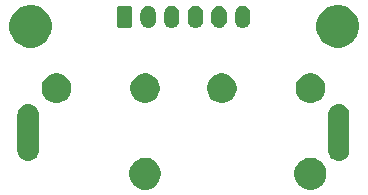
<source format=gbr>
G04 #@! TF.GenerationSoftware,KiCad,Pcbnew,(5.1.0)-1*
G04 #@! TF.CreationDate,2019-06-01T21:51:24-04:00*
G04 #@! TF.ProjectId,input,696e7075-742e-46b6-9963-61645f706362,rev?*
G04 #@! TF.SameCoordinates,Original*
G04 #@! TF.FileFunction,Soldermask,Top*
G04 #@! TF.FilePolarity,Negative*
%FSLAX46Y46*%
G04 Gerber Fmt 4.6, Leading zero omitted, Abs format (unit mm)*
G04 Created by KiCad (PCBNEW (5.1.0)-1) date 2019-06-01 21:51:24*
%MOMM*%
%LPD*%
G04 APERTURE LIST*
%ADD10C,0.100000*%
G04 APERTURE END LIST*
D10*
G36*
X143832072Y-112687918D02*
G01*
X144077939Y-112789759D01*
X144299212Y-112937610D01*
X144487390Y-113125788D01*
X144635241Y-113347061D01*
X144737082Y-113592928D01*
X144789000Y-113853938D01*
X144789000Y-114120062D01*
X144737082Y-114381072D01*
X144635241Y-114626939D01*
X144487390Y-114848212D01*
X144299212Y-115036390D01*
X144077939Y-115184241D01*
X144077938Y-115184242D01*
X144077937Y-115184242D01*
X143832072Y-115286082D01*
X143571063Y-115338000D01*
X143304937Y-115338000D01*
X143043928Y-115286082D01*
X142798063Y-115184242D01*
X142798062Y-115184242D01*
X142798061Y-115184241D01*
X142576788Y-115036390D01*
X142388610Y-114848212D01*
X142240759Y-114626939D01*
X142138918Y-114381072D01*
X142087000Y-114120062D01*
X142087000Y-113853938D01*
X142138918Y-113592928D01*
X142240759Y-113347061D01*
X142388610Y-113125788D01*
X142576788Y-112937610D01*
X142798061Y-112789759D01*
X143043928Y-112687918D01*
X143304937Y-112636000D01*
X143571063Y-112636000D01*
X143832072Y-112687918D01*
X143832072Y-112687918D01*
G37*
G36*
X157832072Y-112687918D02*
G01*
X158077939Y-112789759D01*
X158299212Y-112937610D01*
X158487390Y-113125788D01*
X158635241Y-113347061D01*
X158737082Y-113592928D01*
X158789000Y-113853938D01*
X158789000Y-114120062D01*
X158737082Y-114381072D01*
X158635241Y-114626939D01*
X158487390Y-114848212D01*
X158299212Y-115036390D01*
X158077939Y-115184241D01*
X158077938Y-115184242D01*
X158077937Y-115184242D01*
X157832072Y-115286082D01*
X157571063Y-115338000D01*
X157304937Y-115338000D01*
X157043928Y-115286082D01*
X156798063Y-115184242D01*
X156798062Y-115184242D01*
X156798061Y-115184241D01*
X156576788Y-115036390D01*
X156388610Y-114848212D01*
X156240759Y-114626939D01*
X156138918Y-114381072D01*
X156087000Y-114120062D01*
X156087000Y-113853938D01*
X156138918Y-113592928D01*
X156240759Y-113347061D01*
X156388610Y-113125788D01*
X156576788Y-112937610D01*
X156798061Y-112789759D01*
X157043928Y-112687918D01*
X157304937Y-112636000D01*
X157571063Y-112636000D01*
X157832072Y-112687918D01*
X157832072Y-112687918D01*
G37*
G36*
X160014626Y-108099037D02*
G01*
X160184465Y-108150557D01*
X160184467Y-108150558D01*
X160340989Y-108234221D01*
X160478186Y-108346814D01*
X160561448Y-108448271D01*
X160590778Y-108484009D01*
X160674443Y-108640534D01*
X160725963Y-108810373D01*
X160739000Y-108942742D01*
X160739000Y-112031258D01*
X160725963Y-112163627D01*
X160674443Y-112333466D01*
X160590778Y-112489991D01*
X160561448Y-112525729D01*
X160478186Y-112627186D01*
X160376729Y-112710448D01*
X160340991Y-112739778D01*
X160184466Y-112823443D01*
X160014627Y-112874963D01*
X159838000Y-112892359D01*
X159661374Y-112874963D01*
X159491535Y-112823443D01*
X159335010Y-112739778D01*
X159299272Y-112710448D01*
X159197815Y-112627186D01*
X159114553Y-112525729D01*
X159085223Y-112489991D01*
X159001558Y-112333466D01*
X158950038Y-112163627D01*
X158937001Y-112031258D01*
X158937000Y-108942743D01*
X158950037Y-108810374D01*
X159001557Y-108640535D01*
X159085222Y-108484010D01*
X159085223Y-108484009D01*
X159197814Y-108346814D01*
X159299271Y-108263552D01*
X159335009Y-108234222D01*
X159491534Y-108150557D01*
X159661373Y-108099037D01*
X159838000Y-108081641D01*
X160014626Y-108099037D01*
X160014626Y-108099037D01*
G37*
G36*
X133714626Y-108099037D02*
G01*
X133884465Y-108150557D01*
X133884467Y-108150558D01*
X134040989Y-108234221D01*
X134178186Y-108346814D01*
X134261448Y-108448271D01*
X134290778Y-108484009D01*
X134374443Y-108640534D01*
X134425963Y-108810373D01*
X134439000Y-108942742D01*
X134439000Y-112031258D01*
X134425963Y-112163627D01*
X134374443Y-112333466D01*
X134290778Y-112489991D01*
X134261448Y-112525729D01*
X134178186Y-112627186D01*
X134076729Y-112710448D01*
X134040991Y-112739778D01*
X133884466Y-112823443D01*
X133714627Y-112874963D01*
X133538000Y-112892359D01*
X133361374Y-112874963D01*
X133191535Y-112823443D01*
X133035010Y-112739778D01*
X132999272Y-112710448D01*
X132897815Y-112627186D01*
X132814553Y-112525729D01*
X132785223Y-112489991D01*
X132701558Y-112333466D01*
X132650038Y-112163627D01*
X132637001Y-112031258D01*
X132637000Y-108942743D01*
X132650037Y-108810374D01*
X132701557Y-108640535D01*
X132785222Y-108484010D01*
X132785223Y-108484009D01*
X132897814Y-108346814D01*
X132999271Y-108263552D01*
X133035009Y-108234222D01*
X133191534Y-108150557D01*
X133361373Y-108099037D01*
X133538000Y-108081641D01*
X133714626Y-108099037D01*
X133714626Y-108099037D01*
G37*
G36*
X136302903Y-105534075D02*
G01*
X136530571Y-105628378D01*
X136735466Y-105765285D01*
X136909715Y-105939534D01*
X137046622Y-106144429D01*
X137140925Y-106372097D01*
X137189000Y-106613787D01*
X137189000Y-106860213D01*
X137140925Y-107101903D01*
X137046622Y-107329571D01*
X136909715Y-107534466D01*
X136735466Y-107708715D01*
X136530571Y-107845622D01*
X136530570Y-107845623D01*
X136530569Y-107845623D01*
X136302903Y-107939925D01*
X136061214Y-107988000D01*
X135814786Y-107988000D01*
X135573097Y-107939925D01*
X135345431Y-107845623D01*
X135345430Y-107845623D01*
X135345429Y-107845622D01*
X135140534Y-107708715D01*
X134966285Y-107534466D01*
X134829378Y-107329571D01*
X134735075Y-107101903D01*
X134687000Y-106860213D01*
X134687000Y-106613787D01*
X134735075Y-106372097D01*
X134829378Y-106144429D01*
X134966285Y-105939534D01*
X135140534Y-105765285D01*
X135345429Y-105628378D01*
X135573097Y-105534075D01*
X135814786Y-105486000D01*
X136061214Y-105486000D01*
X136302903Y-105534075D01*
X136302903Y-105534075D01*
G37*
G36*
X143802903Y-105534075D02*
G01*
X144030571Y-105628378D01*
X144235466Y-105765285D01*
X144409715Y-105939534D01*
X144546622Y-106144429D01*
X144640925Y-106372097D01*
X144689000Y-106613787D01*
X144689000Y-106860213D01*
X144640925Y-107101903D01*
X144546622Y-107329571D01*
X144409715Y-107534466D01*
X144235466Y-107708715D01*
X144030571Y-107845622D01*
X144030570Y-107845623D01*
X144030569Y-107845623D01*
X143802903Y-107939925D01*
X143561214Y-107988000D01*
X143314786Y-107988000D01*
X143073097Y-107939925D01*
X142845431Y-107845623D01*
X142845430Y-107845623D01*
X142845429Y-107845622D01*
X142640534Y-107708715D01*
X142466285Y-107534466D01*
X142329378Y-107329571D01*
X142235075Y-107101903D01*
X142187000Y-106860213D01*
X142187000Y-106613787D01*
X142235075Y-106372097D01*
X142329378Y-106144429D01*
X142466285Y-105939534D01*
X142640534Y-105765285D01*
X142845429Y-105628378D01*
X143073097Y-105534075D01*
X143314786Y-105486000D01*
X143561214Y-105486000D01*
X143802903Y-105534075D01*
X143802903Y-105534075D01*
G37*
G36*
X157802903Y-105534075D02*
G01*
X158030571Y-105628378D01*
X158235466Y-105765285D01*
X158409715Y-105939534D01*
X158546622Y-106144429D01*
X158640925Y-106372097D01*
X158689000Y-106613787D01*
X158689000Y-106860213D01*
X158640925Y-107101903D01*
X158546622Y-107329571D01*
X158409715Y-107534466D01*
X158235466Y-107708715D01*
X158030571Y-107845622D01*
X158030570Y-107845623D01*
X158030569Y-107845623D01*
X157802903Y-107939925D01*
X157561214Y-107988000D01*
X157314786Y-107988000D01*
X157073097Y-107939925D01*
X156845431Y-107845623D01*
X156845430Y-107845623D01*
X156845429Y-107845622D01*
X156640534Y-107708715D01*
X156466285Y-107534466D01*
X156329378Y-107329571D01*
X156235075Y-107101903D01*
X156187000Y-106860213D01*
X156187000Y-106613787D01*
X156235075Y-106372097D01*
X156329378Y-106144429D01*
X156466285Y-105939534D01*
X156640534Y-105765285D01*
X156845429Y-105628378D01*
X157073097Y-105534075D01*
X157314786Y-105486000D01*
X157561214Y-105486000D01*
X157802903Y-105534075D01*
X157802903Y-105534075D01*
G37*
G36*
X150302903Y-105534075D02*
G01*
X150530571Y-105628378D01*
X150735466Y-105765285D01*
X150909715Y-105939534D01*
X151046622Y-106144429D01*
X151140925Y-106372097D01*
X151189000Y-106613787D01*
X151189000Y-106860213D01*
X151140925Y-107101903D01*
X151046622Y-107329571D01*
X150909715Y-107534466D01*
X150735466Y-107708715D01*
X150530571Y-107845622D01*
X150530570Y-107845623D01*
X150530569Y-107845623D01*
X150302903Y-107939925D01*
X150061214Y-107988000D01*
X149814786Y-107988000D01*
X149573097Y-107939925D01*
X149345431Y-107845623D01*
X149345430Y-107845623D01*
X149345429Y-107845622D01*
X149140534Y-107708715D01*
X148966285Y-107534466D01*
X148829378Y-107329571D01*
X148735075Y-107101903D01*
X148687000Y-106860213D01*
X148687000Y-106613787D01*
X148735075Y-106372097D01*
X148829378Y-106144429D01*
X148966285Y-105939534D01*
X149140534Y-105765285D01*
X149345429Y-105628378D01*
X149573097Y-105534075D01*
X149814786Y-105486000D01*
X150061214Y-105486000D01*
X150302903Y-105534075D01*
X150302903Y-105534075D01*
G37*
G36*
X160275331Y-99768211D02*
G01*
X160603092Y-99903974D01*
X160898070Y-100101072D01*
X161148928Y-100351930D01*
X161346026Y-100646908D01*
X161481789Y-100974669D01*
X161551000Y-101322616D01*
X161551000Y-101677384D01*
X161481789Y-102025331D01*
X161346026Y-102353092D01*
X161148928Y-102648070D01*
X160898070Y-102898928D01*
X160603092Y-103096026D01*
X160275331Y-103231789D01*
X159927384Y-103301000D01*
X159572616Y-103301000D01*
X159224669Y-103231789D01*
X158896908Y-103096026D01*
X158601930Y-102898928D01*
X158351072Y-102648070D01*
X158153974Y-102353092D01*
X158018211Y-102025331D01*
X157949000Y-101677384D01*
X157949000Y-101322616D01*
X158018211Y-100974669D01*
X158153974Y-100646908D01*
X158351072Y-100351930D01*
X158601930Y-100101072D01*
X158896908Y-99903974D01*
X159224669Y-99768211D01*
X159572616Y-99699000D01*
X159927384Y-99699000D01*
X160275331Y-99768211D01*
X160275331Y-99768211D01*
G37*
G36*
X134275331Y-99768211D02*
G01*
X134603092Y-99903974D01*
X134898070Y-100101072D01*
X135148928Y-100351930D01*
X135346026Y-100646908D01*
X135481789Y-100974669D01*
X135551000Y-101322616D01*
X135551000Y-101677384D01*
X135481789Y-102025331D01*
X135346026Y-102353092D01*
X135148928Y-102648070D01*
X134898070Y-102898928D01*
X134603092Y-103096026D01*
X134275331Y-103231789D01*
X133927384Y-103301000D01*
X133572616Y-103301000D01*
X133224669Y-103231789D01*
X132896908Y-103096026D01*
X132601930Y-102898928D01*
X132351072Y-102648070D01*
X132153974Y-102353092D01*
X132018211Y-102025331D01*
X131949000Y-101677384D01*
X131949000Y-101322616D01*
X132018211Y-100974669D01*
X132153974Y-100646908D01*
X132351072Y-100351930D01*
X132601930Y-100101072D01*
X132896908Y-99903974D01*
X133224669Y-99768211D01*
X133572616Y-99699000D01*
X133927384Y-99699000D01*
X134275331Y-99768211D01*
X134275331Y-99768211D01*
G37*
G36*
X151827617Y-99783420D02*
G01*
X151908399Y-99807925D01*
X151950335Y-99820646D01*
X152063424Y-99881094D01*
X152162554Y-99962447D01*
X152243906Y-100061575D01*
X152304354Y-100174664D01*
X152314040Y-100206596D01*
X152341580Y-100297382D01*
X152351000Y-100393027D01*
X152351000Y-101006973D01*
X152341580Y-101102618D01*
X152314040Y-101193404D01*
X152304354Y-101225336D01*
X152243906Y-101338425D01*
X152162554Y-101437554D01*
X152063425Y-101518906D01*
X151950336Y-101579354D01*
X151918404Y-101589040D01*
X151827618Y-101616580D01*
X151700000Y-101629149D01*
X151572383Y-101616580D01*
X151481597Y-101589040D01*
X151449665Y-101579354D01*
X151336576Y-101518906D01*
X151237447Y-101437554D01*
X151156096Y-101338427D01*
X151156095Y-101338425D01*
X151095647Y-101225336D01*
X151095645Y-101225333D01*
X151083237Y-101184427D01*
X151058420Y-101102618D01*
X151049000Y-101006973D01*
X151049000Y-100393028D01*
X151058420Y-100297383D01*
X151095645Y-100174669D01*
X151095646Y-100174665D01*
X151156094Y-100061576D01*
X151237447Y-99962446D01*
X151336575Y-99881094D01*
X151449664Y-99820646D01*
X151491600Y-99807925D01*
X151572382Y-99783420D01*
X151700000Y-99770851D01*
X151827617Y-99783420D01*
X151827617Y-99783420D01*
G37*
G36*
X149827617Y-99783420D02*
G01*
X149908399Y-99807925D01*
X149950335Y-99820646D01*
X150063424Y-99881094D01*
X150162554Y-99962447D01*
X150243906Y-100061575D01*
X150304354Y-100174664D01*
X150314040Y-100206596D01*
X150341580Y-100297382D01*
X150351000Y-100393027D01*
X150351000Y-101006973D01*
X150341580Y-101102618D01*
X150314040Y-101193404D01*
X150304354Y-101225336D01*
X150243906Y-101338425D01*
X150162554Y-101437554D01*
X150063425Y-101518906D01*
X149950336Y-101579354D01*
X149918404Y-101589040D01*
X149827618Y-101616580D01*
X149700000Y-101629149D01*
X149572383Y-101616580D01*
X149481597Y-101589040D01*
X149449665Y-101579354D01*
X149336576Y-101518906D01*
X149237447Y-101437554D01*
X149156096Y-101338427D01*
X149156095Y-101338425D01*
X149095647Y-101225336D01*
X149095645Y-101225333D01*
X149083237Y-101184427D01*
X149058420Y-101102618D01*
X149049000Y-101006973D01*
X149049000Y-100393028D01*
X149058420Y-100297383D01*
X149095645Y-100174669D01*
X149095646Y-100174665D01*
X149156094Y-100061576D01*
X149237447Y-99962446D01*
X149336575Y-99881094D01*
X149449664Y-99820646D01*
X149491600Y-99807925D01*
X149572382Y-99783420D01*
X149700000Y-99770851D01*
X149827617Y-99783420D01*
X149827617Y-99783420D01*
G37*
G36*
X147827617Y-99783420D02*
G01*
X147908399Y-99807925D01*
X147950335Y-99820646D01*
X148063424Y-99881094D01*
X148162554Y-99962447D01*
X148243906Y-100061575D01*
X148304354Y-100174664D01*
X148314040Y-100206596D01*
X148341580Y-100297382D01*
X148351000Y-100393027D01*
X148351000Y-101006973D01*
X148341580Y-101102618D01*
X148314040Y-101193404D01*
X148304354Y-101225336D01*
X148243906Y-101338425D01*
X148162554Y-101437554D01*
X148063425Y-101518906D01*
X147950336Y-101579354D01*
X147918404Y-101589040D01*
X147827618Y-101616580D01*
X147700000Y-101629149D01*
X147572383Y-101616580D01*
X147481597Y-101589040D01*
X147449665Y-101579354D01*
X147336576Y-101518906D01*
X147237447Y-101437554D01*
X147156096Y-101338427D01*
X147156095Y-101338425D01*
X147095647Y-101225336D01*
X147095645Y-101225333D01*
X147083237Y-101184427D01*
X147058420Y-101102618D01*
X147049000Y-101006973D01*
X147049000Y-100393028D01*
X147058420Y-100297383D01*
X147095645Y-100174669D01*
X147095646Y-100174665D01*
X147156094Y-100061576D01*
X147237447Y-99962446D01*
X147336575Y-99881094D01*
X147449664Y-99820646D01*
X147491600Y-99807925D01*
X147572382Y-99783420D01*
X147700000Y-99770851D01*
X147827617Y-99783420D01*
X147827617Y-99783420D01*
G37*
G36*
X145827617Y-99783420D02*
G01*
X145908399Y-99807925D01*
X145950335Y-99820646D01*
X146063424Y-99881094D01*
X146162554Y-99962447D01*
X146243906Y-100061575D01*
X146304354Y-100174664D01*
X146314040Y-100206596D01*
X146341580Y-100297382D01*
X146351000Y-100393027D01*
X146351000Y-101006973D01*
X146341580Y-101102618D01*
X146314040Y-101193404D01*
X146304354Y-101225336D01*
X146243906Y-101338425D01*
X146162554Y-101437554D01*
X146063425Y-101518906D01*
X145950336Y-101579354D01*
X145918404Y-101589040D01*
X145827618Y-101616580D01*
X145700000Y-101629149D01*
X145572383Y-101616580D01*
X145481597Y-101589040D01*
X145449665Y-101579354D01*
X145336576Y-101518906D01*
X145237447Y-101437554D01*
X145156096Y-101338427D01*
X145156095Y-101338425D01*
X145095647Y-101225336D01*
X145095645Y-101225333D01*
X145083237Y-101184427D01*
X145058420Y-101102618D01*
X145049000Y-101006973D01*
X145049000Y-100393028D01*
X145058420Y-100297383D01*
X145095645Y-100174669D01*
X145095646Y-100174665D01*
X145156094Y-100061576D01*
X145237447Y-99962446D01*
X145336575Y-99881094D01*
X145449664Y-99820646D01*
X145491600Y-99807925D01*
X145572382Y-99783420D01*
X145700000Y-99770851D01*
X145827617Y-99783420D01*
X145827617Y-99783420D01*
G37*
G36*
X143827617Y-99783420D02*
G01*
X143908399Y-99807925D01*
X143950335Y-99820646D01*
X144063424Y-99881094D01*
X144162554Y-99962447D01*
X144243906Y-100061575D01*
X144304354Y-100174664D01*
X144314040Y-100206596D01*
X144341580Y-100297382D01*
X144351000Y-100393027D01*
X144351000Y-101006973D01*
X144341580Y-101102618D01*
X144314040Y-101193404D01*
X144304354Y-101225336D01*
X144243906Y-101338425D01*
X144162554Y-101437554D01*
X144063425Y-101518906D01*
X143950336Y-101579354D01*
X143918404Y-101589040D01*
X143827618Y-101616580D01*
X143700000Y-101629149D01*
X143572383Y-101616580D01*
X143481597Y-101589040D01*
X143449665Y-101579354D01*
X143336576Y-101518906D01*
X143237447Y-101437554D01*
X143156096Y-101338427D01*
X143156095Y-101338425D01*
X143095647Y-101225336D01*
X143095645Y-101225333D01*
X143083237Y-101184427D01*
X143058420Y-101102618D01*
X143049000Y-101006973D01*
X143049000Y-100393028D01*
X143058420Y-100297383D01*
X143095645Y-100174669D01*
X143095646Y-100174665D01*
X143156094Y-100061576D01*
X143237447Y-99962446D01*
X143336575Y-99881094D01*
X143449664Y-99820646D01*
X143491600Y-99807925D01*
X143572382Y-99783420D01*
X143700000Y-99770851D01*
X143827617Y-99783420D01*
X143827617Y-99783420D01*
G37*
G36*
X142191242Y-99778404D02*
G01*
X142228337Y-99789657D01*
X142262515Y-99807925D01*
X142292481Y-99832519D01*
X142317075Y-99862485D01*
X142335343Y-99896663D01*
X142346596Y-99933758D01*
X142351000Y-99978474D01*
X142351000Y-101421526D01*
X142346596Y-101466242D01*
X142335343Y-101503337D01*
X142317075Y-101537515D01*
X142292481Y-101567481D01*
X142262515Y-101592075D01*
X142228337Y-101610343D01*
X142191242Y-101621596D01*
X142146526Y-101626000D01*
X141253474Y-101626000D01*
X141208758Y-101621596D01*
X141171663Y-101610343D01*
X141137485Y-101592075D01*
X141107519Y-101567481D01*
X141082925Y-101537515D01*
X141064657Y-101503337D01*
X141053404Y-101466242D01*
X141049000Y-101421526D01*
X141049000Y-99978474D01*
X141053404Y-99933758D01*
X141064657Y-99896663D01*
X141082925Y-99862485D01*
X141107519Y-99832519D01*
X141137485Y-99807925D01*
X141171663Y-99789657D01*
X141208758Y-99778404D01*
X141253474Y-99774000D01*
X142146526Y-99774000D01*
X142191242Y-99778404D01*
X142191242Y-99778404D01*
G37*
M02*

</source>
